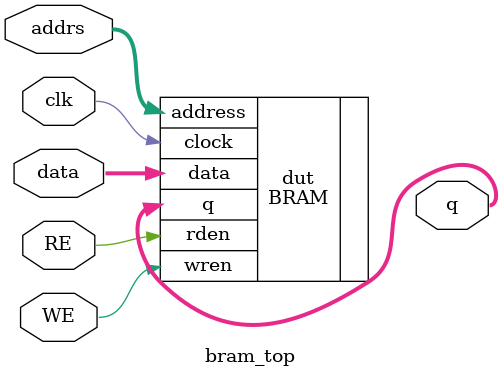
<source format=v>
`timescale 1 ps / 1 ps

module bram_top(
input clk, RE, WE,
input [7:0] addrs,
input [7:0] data,
output [7:0] q
);


//bram inst
BRAM dut (
.address(addrs),
.clock(clk),
.data(data),
.rden(RE),
.wren(WE),
.q(q)
);

endmodule

</source>
